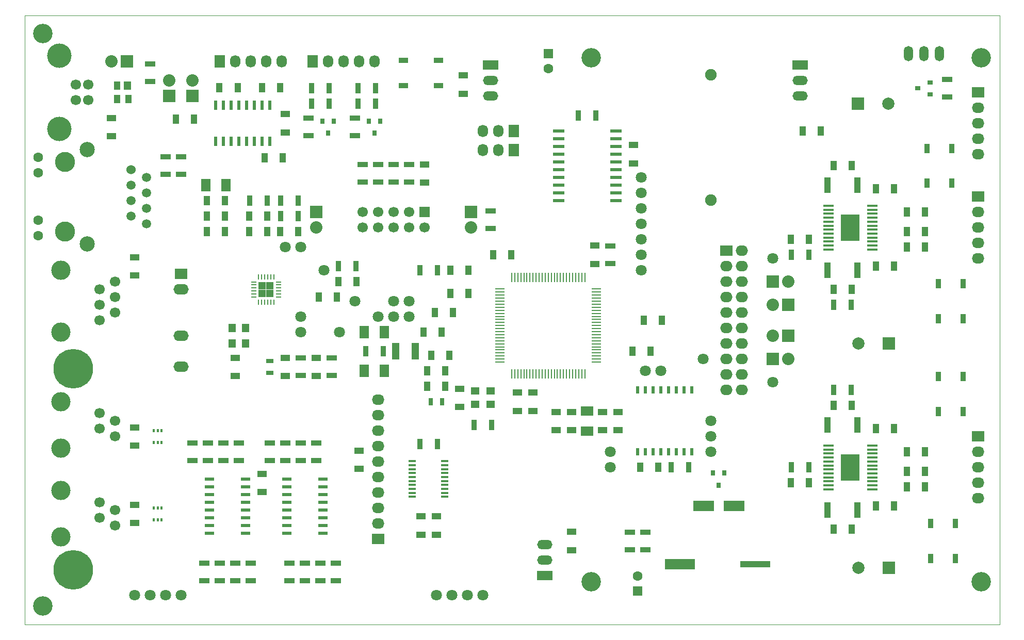
<source format=gbr>
G04 #@! TF.FileFunction,Soldermask,Top*
%FSLAX46Y46*%
G04 Gerber Fmt 4.6, Leading zero omitted, Abs format (unit mm)*
G04 Created by KiCad (PCBNEW 4.0.5) date 02/20/17 23:04:05*
%MOMM*%
%LPD*%
G01*
G04 APERTURE LIST*
%ADD10C,0.100000*%
%ADD11R,2.032000X1.727200*%
%ADD12O,2.032000X1.727200*%
%ADD13C,6.500000*%
%ADD14R,2.500000X1.500000*%
%ADD15O,2.500000X1.500000*%
%ADD16C,1.700000*%
%ADD17C,3.170000*%
%ADD18R,1.270000X0.406400*%
%ADD19R,1.198880X1.399540*%
%ADD20R,1.000760X1.399540*%
%ADD21R,0.508000X1.143000*%
%ADD22C,3.200000*%
%ADD23C,3.300000*%
%ADD24C,1.524000*%
%ADD25C,1.500000*%
%ADD26C,2.500000*%
%ADD27C,1.600000*%
%ADD28R,1.400000X1.200000*%
%ADD29R,1.200000X1.400000*%
%ADD30R,0.508000X1.543000*%
%ADD31R,1.543000X0.508000*%
%ADD32R,1.950000X0.600000*%
%ADD33R,0.350000X0.600000*%
%ADD34R,3.500120X1.800860*%
%ADD35R,0.280000X1.500000*%
%ADD36R,1.500000X0.280000*%
%ADD37R,1.500000X0.900000*%
%ADD38R,0.900000X1.500000*%
%ADD39R,2.032000X2.032000*%
%ADD40O,2.032000X2.032000*%
%ADD41R,5.000000X1.800000*%
%ADD42R,5.000000X1.000000*%
%ADD43R,1.727200X2.032000*%
%ADD44O,1.727200X2.032000*%
%ADD45R,2.000000X1.727200*%
%ADD46O,2.000000X1.727200*%
%ADD47C,1.900000*%
%ADD48C,1.800000*%
%ADD49R,1.150000X2.700000*%
%ADD50O,2.500000X1.727200*%
%ADD51R,1.750000X0.400000*%
%ADD52R,1.500000X1.500000*%
%ADD53C,4.000000*%
%ADD54R,0.850000X0.230000*%
%ADD55R,0.230000X0.850000*%
%ADD56R,1.300000X1.300000*%
%ADD57R,1.600000X1.600000*%
%ADD58R,2.000000X2.000000*%
%ADD59C,2.000000*%
%ADD60R,1.524000X2.032000*%
%ADD61R,2.032000X1.524000*%
%ADD62R,1.000000X1.600000*%
%ADD63R,1.600000X1.000000*%
%ADD64R,0.900000X1.700000*%
%ADD65R,1.700000X0.900000*%
%ADD66R,0.900000X0.800000*%
%ADD67R,0.800000X0.900000*%
%ADD68O,1.501140X2.499360*%
%ADD69R,1.700000X1.700000*%
%ADD70R,1.000000X2.500000*%
%ADD71R,0.700000X1.300000*%
%ADD72R,1.300000X0.700000*%
G04 APERTURE END LIST*
D10*
X55000000Y-135000000D02*
X55000000Y-35000000D01*
X215000000Y-135000000D02*
X55000000Y-135000000D01*
X215000000Y-35000000D02*
X215000000Y-135000000D01*
X55000000Y-35000000D02*
X215000000Y-35000000D01*
D11*
X113000000Y-121000000D03*
D12*
X113000000Y-118460000D03*
X113000000Y-115920000D03*
X113000000Y-113380000D03*
X113000000Y-110840000D03*
X113000000Y-108300000D03*
X113000000Y-105760000D03*
X113000000Y-103220000D03*
X113000000Y-100680000D03*
X113000000Y-98140000D03*
D13*
X63000000Y-126000000D03*
X63000000Y-93000000D03*
D14*
X131445000Y-43180000D03*
D15*
X131445000Y-45720000D03*
X131445000Y-48260000D03*
D16*
X69850000Y-83820000D03*
X69850000Y-81280000D03*
X67310000Y-80010000D03*
X67310000Y-82550000D03*
D17*
X60960000Y-86995000D03*
X60960000Y-76835000D03*
D16*
X67310000Y-85090000D03*
X69850000Y-78740000D03*
D18*
X123952000Y-114046000D03*
X123952000Y-113411000D03*
X123952000Y-112750600D03*
X123952000Y-112090200D03*
X123952000Y-111455200D03*
X123952000Y-110794800D03*
X123952000Y-110134400D03*
X123952000Y-109499400D03*
X123952000Y-108839000D03*
X123952000Y-108204000D03*
X118618000Y-108204000D03*
X118618000Y-108839000D03*
X118618000Y-109499400D03*
X118618000Y-110134400D03*
X118618000Y-110794800D03*
X118618000Y-111455200D03*
X118618000Y-112090200D03*
X118618000Y-112750600D03*
X118618000Y-113411000D03*
X118618000Y-114046000D03*
D19*
X71889620Y-46525180D03*
D20*
X70170040Y-46525180D03*
X70170040Y-48724820D03*
X72069960Y-48724820D03*
D21*
X155575000Y-106680000D03*
X156845000Y-106680000D03*
X158115000Y-106680000D03*
X159385000Y-106680000D03*
X160655000Y-106680000D03*
X161925000Y-106680000D03*
X163195000Y-106680000D03*
X164465000Y-106680000D03*
X164465000Y-96520000D03*
X163195000Y-96520000D03*
X161925000Y-96520000D03*
X160655000Y-96520000D03*
X159385000Y-96520000D03*
X158115000Y-96520000D03*
X156845000Y-96520000D03*
X155575000Y-96520000D03*
D22*
X212000000Y-128000000D03*
X58000000Y-132000000D03*
X148000000Y-42000000D03*
X212000000Y-42000000D03*
X148000000Y-128000000D03*
X58000000Y-38000000D03*
D16*
X69850000Y-118745000D03*
X69850000Y-116205000D03*
X67310000Y-114935000D03*
X67310000Y-117475000D03*
D17*
X60960000Y-120650000D03*
X60960000Y-113030000D03*
D16*
X69850000Y-104140000D03*
X69850000Y-101600000D03*
X67310000Y-100330000D03*
X67310000Y-102870000D03*
D17*
X60960000Y-106045000D03*
X60960000Y-98425000D03*
D23*
X61595000Y-70470000D03*
X61595000Y-59070000D03*
D24*
X72455000Y-60325000D03*
D25*
X74995000Y-61595000D03*
X72455000Y-62865000D03*
X74995000Y-64135000D03*
X72455000Y-65405000D03*
X74995000Y-66675000D03*
X72455000Y-67945000D03*
D26*
X65295000Y-72520000D03*
X65295000Y-57020000D03*
D27*
X57215000Y-71210000D03*
X57215000Y-60870000D03*
X57215000Y-68670000D03*
X57215000Y-58330000D03*
D25*
X74995000Y-69215000D03*
D28*
X128905000Y-98890000D03*
X128905000Y-96690000D03*
X131445000Y-98890000D03*
X131445000Y-96690000D03*
D29*
X91270000Y-88900000D03*
X89070000Y-88900000D03*
X91270000Y-86360000D03*
X89070000Y-86360000D03*
D14*
X140335000Y-127000000D03*
D15*
X140335000Y-124460000D03*
X140335000Y-121920000D03*
D14*
X182245000Y-43180000D03*
D15*
X182245000Y-45720000D03*
X182245000Y-48260000D03*
D30*
X95250000Y-55680000D03*
X92710000Y-55680000D03*
X91440000Y-55680000D03*
X90170000Y-55680000D03*
X88900000Y-55680000D03*
X87630000Y-55680000D03*
X86360000Y-55680000D03*
X86360000Y-49730000D03*
X87630000Y-49730000D03*
X88900000Y-49730000D03*
X90170000Y-49730000D03*
X91440000Y-49730000D03*
X92710000Y-49730000D03*
X93980000Y-49730000D03*
X95250000Y-49730000D03*
X93980000Y-55680000D03*
D31*
X91240000Y-111125000D03*
X91240000Y-113665000D03*
X91240000Y-114935000D03*
X91240000Y-116205000D03*
X91240000Y-117475000D03*
X91240000Y-118745000D03*
X91240000Y-120015000D03*
X85290000Y-120015000D03*
X85290000Y-118745000D03*
X85290000Y-117475000D03*
X85290000Y-116205000D03*
X85290000Y-114935000D03*
X85290000Y-113665000D03*
X85290000Y-112395000D03*
X85290000Y-111125000D03*
X91240000Y-112395000D03*
X103940000Y-111125000D03*
X103940000Y-113665000D03*
X103940000Y-114935000D03*
X103940000Y-116205000D03*
X103940000Y-117475000D03*
X103940000Y-118745000D03*
X103940000Y-120015000D03*
X97990000Y-120015000D03*
X97990000Y-118745000D03*
X97990000Y-117475000D03*
X97990000Y-116205000D03*
X97990000Y-114935000D03*
X97990000Y-113665000D03*
X97990000Y-112395000D03*
X97990000Y-111125000D03*
X103940000Y-112395000D03*
D32*
X152020000Y-65405000D03*
X152020000Y-64135000D03*
X152020000Y-62865000D03*
X152020000Y-61595000D03*
X152020000Y-60325000D03*
X152020000Y-59055000D03*
X152020000Y-57785000D03*
X152020000Y-56515000D03*
X152020000Y-55245000D03*
X152020000Y-53975000D03*
X142620000Y-53975000D03*
X142620000Y-55245000D03*
X142620000Y-56515000D03*
X142620000Y-57785000D03*
X142620000Y-59055000D03*
X142620000Y-60325000D03*
X142620000Y-61595000D03*
X142620000Y-62865000D03*
X142620000Y-64135000D03*
X142620000Y-65405000D03*
D33*
X77485000Y-103190000D03*
X76835000Y-103190000D03*
X76185000Y-103190000D03*
X76185000Y-105090000D03*
X77485000Y-105090000D03*
X76835000Y-105090000D03*
X77485000Y-115890000D03*
X76835000Y-115890000D03*
X76185000Y-115890000D03*
X76185000Y-117790000D03*
X77485000Y-117790000D03*
X76835000Y-117790000D03*
D34*
X166410640Y-115570000D03*
X171409360Y-115570000D03*
D35*
X134927500Y-93827500D03*
X135427500Y-93827500D03*
X135927500Y-93827500D03*
X136427500Y-93827500D03*
X136927500Y-93827500D03*
X137427500Y-93827500D03*
X137927500Y-93827500D03*
X138427500Y-93827500D03*
X138927500Y-93827500D03*
X139427500Y-93827500D03*
X139927500Y-93827500D03*
X140427500Y-93827500D03*
X140927500Y-93827500D03*
X141427500Y-93827500D03*
X141927500Y-93827500D03*
X142427500Y-93827500D03*
X142927500Y-93827500D03*
X143427500Y-93827500D03*
X143927500Y-93827500D03*
X144427500Y-93827500D03*
X144927500Y-93827500D03*
X145427500Y-93827500D03*
X145927500Y-93827500D03*
X146427500Y-93827500D03*
X146927500Y-93827500D03*
D36*
X148827500Y-91927500D03*
X148827500Y-91427500D03*
X148827500Y-90927500D03*
X148827500Y-90427500D03*
X148827500Y-89927500D03*
X148827500Y-89427500D03*
X148827500Y-88927500D03*
X148827500Y-88427500D03*
X148827500Y-87927500D03*
X148827500Y-87427500D03*
X148827500Y-86927500D03*
X148827500Y-86427500D03*
X148827500Y-85927500D03*
X148827500Y-85427500D03*
X148827500Y-84927500D03*
X148827500Y-84427500D03*
X148827500Y-83927500D03*
X148827500Y-83427500D03*
X148827500Y-82927500D03*
X148827500Y-82427500D03*
X148827500Y-81927500D03*
X148827500Y-81427500D03*
X148827500Y-80927500D03*
X148827500Y-80427500D03*
X148827500Y-79927500D03*
D35*
X146927500Y-78027500D03*
X146427500Y-78027500D03*
X145927500Y-78027500D03*
X145427500Y-78027500D03*
X144927500Y-78027500D03*
X144427500Y-78027500D03*
X143927500Y-78027500D03*
X143427500Y-78027500D03*
X142927500Y-78027500D03*
X142427500Y-78027500D03*
X141927500Y-78027500D03*
X141427500Y-78027500D03*
X140927500Y-78027500D03*
X140427500Y-78027500D03*
X139927500Y-78027500D03*
X139427500Y-78027500D03*
X138927500Y-78027500D03*
X138427500Y-78027500D03*
X137927500Y-78027500D03*
X137427500Y-78027500D03*
X136927500Y-78027500D03*
X136427500Y-78027500D03*
X135927500Y-78027500D03*
X135427500Y-78027500D03*
X134927500Y-78027500D03*
D36*
X133027500Y-79927500D03*
X133027500Y-80427500D03*
X133027500Y-80927500D03*
X133027500Y-81427500D03*
X133027500Y-81927500D03*
X133027500Y-82427500D03*
X133027500Y-82927500D03*
X133027500Y-83427500D03*
X133027500Y-83927500D03*
X133027500Y-84427500D03*
X133027500Y-84927500D03*
X133027500Y-85427500D03*
X133027500Y-85927500D03*
X133027500Y-86427500D03*
X133027500Y-86927500D03*
X133027500Y-87427500D03*
X133027500Y-87927500D03*
X133027500Y-88427500D03*
X133027500Y-88927500D03*
X133027500Y-89427500D03*
X133027500Y-89927500D03*
X133027500Y-90427500D03*
X133027500Y-90927500D03*
X133027500Y-91427500D03*
X133027500Y-91927500D03*
D37*
X122875000Y-46500000D03*
X117155000Y-46500000D03*
X122875000Y-42400000D03*
X117155000Y-42400000D03*
D38*
X207155000Y-56830000D03*
X207155000Y-62550000D03*
X203055000Y-56830000D03*
X203055000Y-62550000D03*
X204960000Y-84775000D03*
X204960000Y-79055000D03*
X209060000Y-84775000D03*
X209060000Y-79055000D03*
X209060000Y-94295000D03*
X209060000Y-100015000D03*
X204960000Y-94295000D03*
X204960000Y-100015000D03*
X203690000Y-124145000D03*
X203690000Y-118425000D03*
X207790000Y-124145000D03*
X207790000Y-118425000D03*
D39*
X71755000Y-42545000D03*
D40*
X69215000Y-42545000D03*
D39*
X128270000Y-67310000D03*
D40*
X128270000Y-69850000D03*
D39*
X78740000Y-48260000D03*
D40*
X78740000Y-45720000D03*
D39*
X82550000Y-48260000D03*
D40*
X82550000Y-45720000D03*
D41*
X162560000Y-125095000D03*
D42*
X174910000Y-125095000D03*
D11*
X211455000Y-47625000D03*
D12*
X211455000Y-50165000D03*
X211455000Y-52705000D03*
X211455000Y-55245000D03*
X211455000Y-57785000D03*
D43*
X86995000Y-42545000D03*
D44*
X89535000Y-42545000D03*
X92075000Y-42545000D03*
X94615000Y-42545000D03*
X97155000Y-42545000D03*
D11*
X211455000Y-64770000D03*
D12*
X211455000Y-67310000D03*
X211455000Y-69850000D03*
X211455000Y-72390000D03*
X211455000Y-74930000D03*
D11*
X211455000Y-104140000D03*
D12*
X211455000Y-106680000D03*
X211455000Y-109220000D03*
X211455000Y-111760000D03*
X211455000Y-114300000D03*
D43*
X102235000Y-42545000D03*
D44*
X104775000Y-42545000D03*
X107315000Y-42545000D03*
X109855000Y-42545000D03*
X112395000Y-42545000D03*
D45*
X170180000Y-73660000D03*
D46*
X172720000Y-73660000D03*
X170180000Y-76200000D03*
X172720000Y-76200000D03*
X170180000Y-78740000D03*
X172720000Y-78740000D03*
X170180000Y-81280000D03*
X172720000Y-81280000D03*
X170180000Y-83820000D03*
X172720000Y-83820000D03*
X170180000Y-86360000D03*
X172720000Y-86360000D03*
X170180000Y-88900000D03*
X172720000Y-88900000D03*
X170180000Y-91440000D03*
X172720000Y-91440000D03*
X170180000Y-93980000D03*
X172720000Y-93980000D03*
X170180000Y-96520000D03*
X172720000Y-96520000D03*
D47*
X167640000Y-65300000D03*
X167640000Y-44800000D03*
D48*
X151130000Y-109220000D03*
X156210000Y-64135000D03*
X156210000Y-61595000D03*
X156210000Y-76835000D03*
X113030000Y-84455000D03*
X97790000Y-73025000D03*
X115570000Y-84455000D03*
X104140000Y-76835000D03*
X109220000Y-81915000D03*
X118110000Y-84455000D03*
X118110000Y-81915000D03*
X100330000Y-73025000D03*
X115570000Y-81915000D03*
X106680000Y-86995000D03*
X100330000Y-84455000D03*
X100330000Y-86995000D03*
X177800000Y-74930000D03*
X177800000Y-95250000D03*
X80645000Y-130175000D03*
X75565000Y-130175000D03*
X127635000Y-130175000D03*
X125095000Y-130175000D03*
X122555000Y-130175000D03*
X130175000Y-130175000D03*
X78105000Y-130175000D03*
X73025000Y-130175000D03*
X167640000Y-101600000D03*
X159385000Y-93345000D03*
X156845000Y-93345000D03*
X167640000Y-104140000D03*
X167640000Y-106680000D03*
X151130000Y-106680000D03*
X156210000Y-69215000D03*
X156210000Y-74295000D03*
X156210000Y-66675000D03*
X156210000Y-71755000D03*
X166370000Y-91440000D03*
D49*
X115850000Y-90170000D03*
X119100000Y-90170000D03*
D11*
X80645000Y-77470000D03*
D50*
X80645000Y-80010000D03*
X80645000Y-87630000D03*
X80645000Y-92710000D03*
D51*
X186900000Y-105645000D03*
X186900000Y-106295000D03*
X186900000Y-106945000D03*
X186900000Y-107595000D03*
X186900000Y-108245000D03*
X186900000Y-108895000D03*
X186900000Y-109545000D03*
X186900000Y-110195000D03*
X186900000Y-110845000D03*
X186900000Y-111495000D03*
X186900000Y-112145000D03*
X186900000Y-112795000D03*
X194100000Y-112795000D03*
X194100000Y-112145000D03*
X194100000Y-111495000D03*
X194100000Y-110845000D03*
X194100000Y-110195000D03*
X194100000Y-109545000D03*
X194100000Y-108895000D03*
X194100000Y-108245000D03*
X194100000Y-107595000D03*
X194100000Y-106945000D03*
X194100000Y-106295000D03*
X194100000Y-105645000D03*
D52*
X189750000Y-109220000D03*
X191250000Y-109220000D03*
X191250000Y-107820000D03*
X189750000Y-107820000D03*
X189750000Y-110620000D03*
X191250000Y-110620000D03*
D51*
X186900000Y-66275000D03*
X186900000Y-66925000D03*
X186900000Y-67575000D03*
X186900000Y-68225000D03*
X186900000Y-68875000D03*
X186900000Y-69525000D03*
X186900000Y-70175000D03*
X186900000Y-70825000D03*
X186900000Y-71475000D03*
X186900000Y-72125000D03*
X186900000Y-72775000D03*
X186900000Y-73425000D03*
X194100000Y-73425000D03*
X194100000Y-72775000D03*
X194100000Y-72125000D03*
X194100000Y-71475000D03*
X194100000Y-70825000D03*
X194100000Y-70175000D03*
X194100000Y-69525000D03*
X194100000Y-68875000D03*
X194100000Y-68225000D03*
X194100000Y-67575000D03*
X194100000Y-66925000D03*
X194100000Y-66275000D03*
D52*
X189750000Y-69850000D03*
X191250000Y-69850000D03*
X191250000Y-68450000D03*
X189750000Y-68450000D03*
X189750000Y-71250000D03*
X191250000Y-71250000D03*
D16*
X65416000Y-48875000D03*
X65416000Y-46375000D03*
X63416000Y-46375000D03*
X63416000Y-48875000D03*
D53*
X60706000Y-53645000D03*
X60706000Y-41605000D03*
D54*
X92565000Y-78760000D03*
X92565000Y-79260000D03*
X92565000Y-79760000D03*
X92565000Y-80260000D03*
X92565000Y-80760000D03*
X92565000Y-81260000D03*
D55*
X93365000Y-82060000D03*
X93865000Y-82060000D03*
X94365000Y-82060000D03*
X94865000Y-82060000D03*
X95365000Y-82060000D03*
X95865000Y-82060000D03*
D54*
X96665000Y-81260000D03*
X96665000Y-80760000D03*
X96665000Y-80260000D03*
X96665000Y-79760000D03*
X96665000Y-79260000D03*
X96665000Y-78760000D03*
D55*
X95865000Y-77960000D03*
X95365000Y-77960000D03*
X94865000Y-77960000D03*
X94365000Y-77960000D03*
X93865000Y-77960000D03*
X93365000Y-77960000D03*
D56*
X95265000Y-80660000D03*
X95265000Y-79360000D03*
X93965000Y-80660000D03*
X93965000Y-79360000D03*
D57*
X140970000Y-41275000D03*
D27*
X140970000Y-43775000D03*
D57*
X155575000Y-129540000D03*
D27*
X155575000Y-127040000D03*
D58*
X196850000Y-125730000D03*
D59*
X191850000Y-125730000D03*
D58*
X196850000Y-88900000D03*
D59*
X191850000Y-88900000D03*
D58*
X191770000Y-49530000D03*
D59*
X196770000Y-49530000D03*
D39*
X102870000Y-67310000D03*
D40*
X102870000Y-69850000D03*
D60*
X114046000Y-86995000D03*
X110744000Y-86995000D03*
X114046000Y-93345000D03*
X110744000Y-93345000D03*
D61*
X147320000Y-103251000D03*
X147320000Y-99949000D03*
D60*
X88011000Y-62865000D03*
X84709000Y-62865000D03*
D62*
X202795000Y-109855000D03*
X199795000Y-109855000D03*
X199795000Y-106680000D03*
X202795000Y-106680000D03*
X183745000Y-111760000D03*
X180745000Y-111760000D03*
X155980000Y-109220000D03*
X158980000Y-109220000D03*
D63*
X154940000Y-59285000D03*
X154940000Y-56285000D03*
D62*
X96955000Y-46835000D03*
X93955000Y-46835000D03*
X121055000Y-95885000D03*
X124055000Y-95885000D03*
X123420000Y-86995000D03*
X120420000Y-86995000D03*
X121690000Y-90805000D03*
X124690000Y-90805000D03*
X157710000Y-90170000D03*
X154710000Y-90170000D03*
D63*
X144780000Y-103100000D03*
X144780000Y-100100000D03*
D62*
X131850000Y-74295000D03*
X134850000Y-74295000D03*
D63*
X152400000Y-100100000D03*
X152400000Y-103100000D03*
X135890000Y-99925000D03*
X135890000Y-96925000D03*
D62*
X124865000Y-80645000D03*
X127865000Y-80645000D03*
D63*
X149860000Y-103100000D03*
X149860000Y-100100000D03*
D62*
X124865000Y-76835000D03*
X127865000Y-76835000D03*
D63*
X142240000Y-103100000D03*
X142240000Y-100100000D03*
D62*
X159615000Y-85090000D03*
X156615000Y-85090000D03*
X122325000Y-83820000D03*
X125325000Y-83820000D03*
X121055000Y-93345000D03*
X124055000Y-93345000D03*
D63*
X138430000Y-96925000D03*
X138430000Y-99925000D03*
D62*
X202795000Y-70485000D03*
X199795000Y-70485000D03*
X199795000Y-67310000D03*
X202795000Y-67310000D03*
X187730000Y-119380000D03*
X190730000Y-119380000D03*
D63*
X89535000Y-91210000D03*
X89535000Y-94210000D03*
X93980000Y-113260000D03*
X93980000Y-110260000D03*
X127000000Y-47855000D03*
X127000000Y-44855000D03*
X144780000Y-119785000D03*
X144780000Y-122785000D03*
D62*
X182650000Y-53975000D03*
X185650000Y-53975000D03*
X194715000Y-76200000D03*
X197715000Y-76200000D03*
X187730000Y-99060000D03*
X190730000Y-99060000D03*
X183745000Y-71755000D03*
X180745000Y-71755000D03*
X187730000Y-59690000D03*
X190730000Y-59690000D03*
X199795000Y-112395000D03*
X202795000Y-112395000D03*
X199795000Y-73025000D03*
X202795000Y-73025000D03*
X89970000Y-46835000D03*
X86970000Y-46835000D03*
D63*
X97790000Y-54205000D03*
X97790000Y-51205000D03*
D62*
X79780000Y-52070000D03*
X82780000Y-52070000D03*
X97385000Y-58420000D03*
X94385000Y-58420000D03*
D63*
X73025000Y-74700000D03*
X73025000Y-77700000D03*
X69215000Y-54840000D03*
X69215000Y-51840000D03*
D62*
X84860000Y-67945000D03*
X87860000Y-67945000D03*
X84860000Y-65405000D03*
X87860000Y-65405000D03*
X84860000Y-70485000D03*
X87860000Y-70485000D03*
X91845000Y-67945000D03*
X94845000Y-67945000D03*
D63*
X126365000Y-96290000D03*
X126365000Y-99290000D03*
D62*
X91845000Y-70485000D03*
X94845000Y-70485000D03*
D63*
X102870000Y-91210000D03*
X102870000Y-94210000D03*
X97790000Y-91210000D03*
X97790000Y-94210000D03*
D62*
X103275000Y-81280000D03*
X106275000Y-81280000D03*
X106450000Y-78740000D03*
X109450000Y-78740000D03*
X99925000Y-70485000D03*
X96925000Y-70485000D03*
D63*
X120015000Y-117245000D03*
X120015000Y-120245000D03*
X122555000Y-117245000D03*
X122555000Y-120245000D03*
X73025000Y-115340000D03*
X73025000Y-118340000D03*
X73025000Y-102640000D03*
X73025000Y-105640000D03*
D62*
X187730000Y-80010000D03*
X190730000Y-80010000D03*
X194715000Y-115570000D03*
X197715000Y-115570000D03*
X194715000Y-102870000D03*
X197715000Y-102870000D03*
X194715000Y-63500000D03*
X197715000Y-63500000D03*
D63*
X120650000Y-62460000D03*
X120650000Y-59460000D03*
X109855000Y-106450000D03*
X109855000Y-109450000D03*
X148590000Y-75795000D03*
X148590000Y-72795000D03*
D64*
X112575000Y-49530000D03*
X109675000Y-49530000D03*
X104955000Y-49530000D03*
X102055000Y-49530000D03*
D65*
X109220000Y-51890000D03*
X109220000Y-54790000D03*
X101600000Y-51890000D03*
X101600000Y-54790000D03*
D64*
X96975000Y-65405000D03*
X99875000Y-65405000D03*
D65*
X78105000Y-58240000D03*
X78105000Y-61140000D03*
D64*
X99875000Y-67945000D03*
X96975000Y-67945000D03*
D65*
X98425000Y-127815000D03*
X98425000Y-124915000D03*
X100965000Y-127815000D03*
X100965000Y-124915000D03*
X103505000Y-127815000D03*
X103505000Y-124915000D03*
X106045000Y-127815000D03*
X106045000Y-124915000D03*
X85090000Y-105230000D03*
X85090000Y-108130000D03*
X82550000Y-105230000D03*
X82550000Y-108130000D03*
X84455000Y-127815000D03*
X84455000Y-124915000D03*
X86995000Y-127815000D03*
X86995000Y-124915000D03*
X89535000Y-127815000D03*
X89535000Y-124915000D03*
X92075000Y-127815000D03*
X92075000Y-124915000D03*
X102870000Y-105230000D03*
X102870000Y-108130000D03*
X95250000Y-105230000D03*
X95250000Y-108130000D03*
X97790000Y-105230000D03*
X97790000Y-108130000D03*
X100330000Y-105230000D03*
X100330000Y-108130000D03*
X80645000Y-58240000D03*
X80645000Y-61140000D03*
D64*
X122735000Y-76835000D03*
X119835000Y-76835000D03*
X106500000Y-76200000D03*
X109400000Y-76200000D03*
X131625000Y-102235000D03*
X128725000Y-102235000D03*
X91895000Y-65405000D03*
X94795000Y-65405000D03*
X145870000Y-51435000D03*
X148770000Y-51435000D03*
X122735000Y-105410000D03*
X119835000Y-105410000D03*
D65*
X156845000Y-119835000D03*
X156845000Y-122735000D03*
X154305000Y-122735000D03*
X154305000Y-119835000D03*
X75565000Y-43000000D03*
X75565000Y-45900000D03*
X100330000Y-94160000D03*
X100330000Y-91260000D03*
X105410000Y-91260000D03*
X105410000Y-94160000D03*
X131445000Y-67130000D03*
X131445000Y-70030000D03*
X118110000Y-59510000D03*
X118110000Y-62410000D03*
X115570000Y-59510000D03*
X115570000Y-62410000D03*
X113030000Y-59510000D03*
X113030000Y-62410000D03*
D64*
X113845000Y-90170000D03*
X110945000Y-90170000D03*
X161110000Y-109220000D03*
X164010000Y-109220000D03*
D65*
X110490000Y-59510000D03*
X110490000Y-62410000D03*
X151130000Y-75745000D03*
X151130000Y-72845000D03*
D66*
X203565000Y-47940000D03*
X203565000Y-46040000D03*
X201565000Y-46990000D03*
D67*
X113345000Y-52340000D03*
X111445000Y-52340000D03*
X112395000Y-54340000D03*
X105725000Y-52340000D03*
X103825000Y-52340000D03*
X104775000Y-54340000D03*
X169860000Y-110125000D03*
X167960000Y-110125000D03*
X168910000Y-112125000D03*
D68*
X202565000Y-41275000D03*
X205105000Y-41275000D03*
X200025000Y-41275000D03*
D65*
X206375000Y-45540000D03*
X206375000Y-48440000D03*
D69*
X120650000Y-67310000D03*
D16*
X120650000Y-69850000D03*
X118110000Y-67310000D03*
X118110000Y-69850000D03*
X115570000Y-67310000D03*
X115570000Y-69850000D03*
X113030000Y-67310000D03*
X113030000Y-69850000D03*
X110490000Y-67310000D03*
X110490000Y-69850000D03*
D43*
X135255000Y-57150000D03*
D44*
X132715000Y-57150000D03*
X130175000Y-57150000D03*
D43*
X135255000Y-53975000D03*
D44*
X132715000Y-53975000D03*
X130175000Y-53975000D03*
D70*
X191680000Y-116205000D03*
X186780000Y-116205000D03*
X191680000Y-102235000D03*
X186780000Y-102235000D03*
D71*
X123505000Y-98425000D03*
X121605000Y-98425000D03*
D72*
X95250000Y-91760000D03*
X95250000Y-93660000D03*
D70*
X191680000Y-76835000D03*
X186780000Y-76835000D03*
X191680000Y-62865000D03*
X186780000Y-62865000D03*
D39*
X177800000Y-91440000D03*
D40*
X180340000Y-91440000D03*
D39*
X180340000Y-87630000D03*
D40*
X177800000Y-87630000D03*
D39*
X177800000Y-78740000D03*
D40*
X180340000Y-78740000D03*
D39*
X180340000Y-82550000D03*
D40*
X177800000Y-82550000D03*
D65*
X90170000Y-105230000D03*
X90170000Y-108130000D03*
X87630000Y-105230000D03*
X87630000Y-108130000D03*
D64*
X112575000Y-46990000D03*
X109675000Y-46990000D03*
X104955000Y-46990000D03*
X102055000Y-46990000D03*
X183695000Y-109220000D03*
X180795000Y-109220000D03*
X190680000Y-96520000D03*
X187780000Y-96520000D03*
X180795000Y-74295000D03*
X183695000Y-74295000D03*
X190680000Y-82550000D03*
X187780000Y-82550000D03*
M02*

</source>
